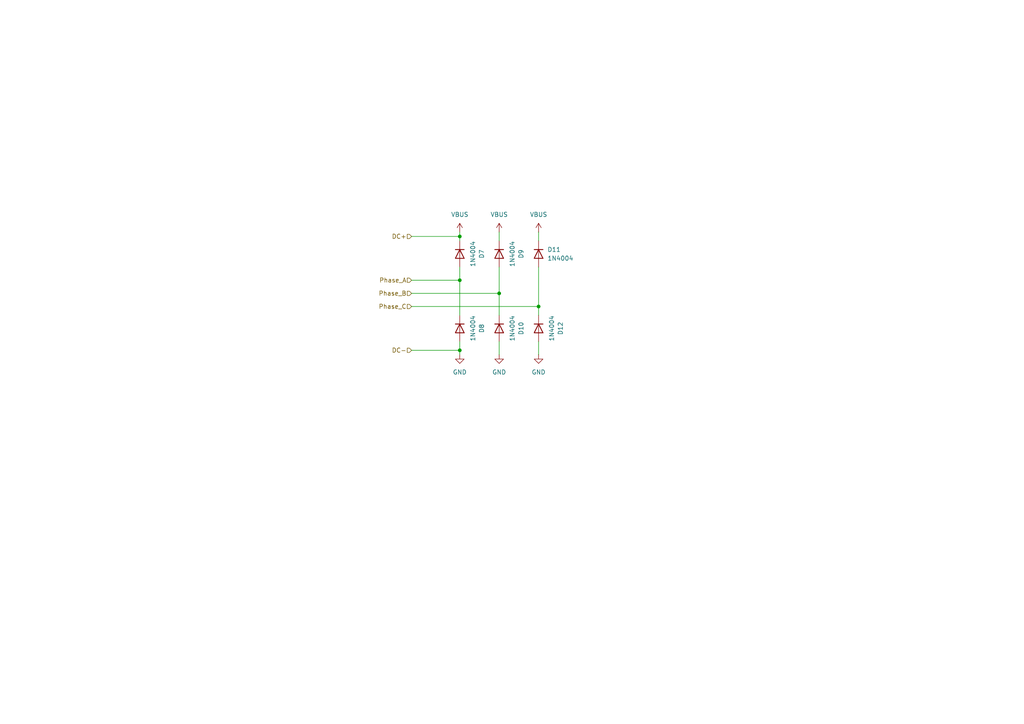
<source format=kicad_sch>
(kicad_sch (version 20250114) (generator "eeschema") (generator_version "9.0")
  (paper "A4")
  (title_block (title "3 Phase Rectifyer"))
  (lib_symbols
    (symbol "Diode:1N4004" (pin_numbers (hide yes)) (pin_names (hide yes))
      (property "Reference" "D" (at 0 2.54 0))
      (property "Value" "1N4004" (at 0 -2.54 0))
      (symbol "1N4004_0_1"
        (polyline (pts (xy -1.27 1.27) (xy -1.27 -1.27)) (stroke (width 0.254)))
        (polyline (pts (xy 1.27 1.27) (xy 1.27 -1.27) (xy -1.27 0) (xy 1.27 1.27)) (stroke (width 0.254)))
        (polyline (pts (xy 1.27 0) (xy -1.27 0)))
      )
      (symbol "1N4004_1_1"
        (pin passive line (at -3.81 0 0) (length 2.54) (name "K") (number "1"))
        (pin passive line (at 3.81 0 180) (length 2.54) (name "A") (number "2"))
      )
    )
    (symbol "power:GND" (power) (pin_numbers (hide yes)) (pin_names (offset 0) (hide yes))
      (property "Value" "GND" (at 0 -3.81 0))
      (symbol "GND_0_1"
        (polyline (pts (xy 0 0) (xy 0 -1.27) (xy 1.27 -1.27) (xy 0 -2.54) (xy -1.27 -1.27) (xy 0 -1.27)))
      )
      (symbol "GND_1_1"
        (pin power_in line (at 0 0 270) (length 0) (name "~") (number "1"))
      )
    )
    (symbol "power:VBUS" (power) (pin_numbers (hide yes)) (pin_names (offset 0) (hide yes))
      (property "Value" "VBUS" (at 0 3.556 0))
      (symbol "VBUS_0_1"
        (polyline (pts (xy -0.762 1.27) (xy 0 2.54)))
        (polyline (pts (xy 0 2.54) (xy 0.762 1.27)))
        (polyline (pts (xy 0 0) (xy 0 2.54)))
      )
      (symbol "VBUS_1_1"
        (pin power_in line (at 0 0 90) (length 0) (name "~") (number "1"))
      )
    )
  )
  (junction (at 144.78 85.09))
  (junction (at 133.35 101.6))
  (junction (at 133.35 81.28))
  (junction (at 156.21 88.9))
  (junction (at 133.35 68.58))
  (wire (pts (xy 133.35 67.31) (xy 133.35 68.58)))
  (wire (pts (xy 119.38 101.6) (xy 133.35 101.6)))
  (wire (pts (xy 144.78 85.09) (xy 144.78 91.44)))
  (wire (pts (xy 119.38 88.9) (xy 156.21 88.9)))
  (wire (pts (xy 119.38 68.58) (xy 133.35 68.58)))
  (wire (pts (xy 133.35 68.58) (xy 133.35 69.85)))
  (wire (pts (xy 133.35 77.47) (xy 133.35 81.28)))
  (wire (pts (xy 133.35 101.6) (xy 133.35 102.87)))
  (wire (pts (xy 144.78 67.31) (xy 144.78 69.85)))
  (wire (pts (xy 144.78 77.47) (xy 144.78 85.09)))
  (wire (pts (xy 156.21 99.06) (xy 156.21 102.87)))
  (wire (pts (xy 156.21 77.47) (xy 156.21 88.9)))
  (wire (pts (xy 133.35 81.28) (xy 133.35 91.44)))
  (wire (pts (xy 119.38 85.09) (xy 144.78 85.09)))
  (wire (pts (xy 133.35 99.06) (xy 133.35 101.6)))
  (wire (pts (xy 156.21 88.9) (xy 156.21 91.44)))
  (wire (pts (xy 144.78 99.06) (xy 144.78 102.87)))
  (wire (pts (xy 119.38 81.28) (xy 133.35 81.28)))
  (wire (pts (xy 156.21 67.31) (xy 156.21 69.85)))
  (hierarchical_label "Phase_A" (shape input) (at 119.38 81.28 180))
  (hierarchical_label "Phase_C" (shape input) (at 119.38 88.9 180))
  (hierarchical_label "DC+" (shape input) (at 119.38 68.58 180))
  (hierarchical_label "Phase_B" (shape input) (at 119.38 85.09 180))
  (hierarchical_label "DC-" (shape input) (at 119.38 101.6 180))
  (symbol (lib_id "Diode:1N4004") (at 133.35 73.66 270) (unit 1)
    (property "Reference" "D3" (at 139.7 73.66 0))
    (property "Value" "1N4004" (at 137.16 73.66 0))
    (property "Footprint" "Diode_THT:D_DO-41_SOD81_P10.16mm_Horizontal" (effects (hide yes)))
    (property "Datasheet" "http://www.vishay.com/docs/88503/1n4001.pdf" (effects (hide yes)))
    (property "Description" "400V 1A General Purpose Rectifier Diode, DO-41" (effects (hide yes)))
    (property "Sim.Device" "D" (effects (hide yes)))
    (property "Sim.Pins" "1=K 2=A" (effects (hide yes)))
    (instances (project "Ki-Test" (path "" (reference "D7") (unit 1)) (path "" (reference "D3") (unit 1)) (path "" (reference "D13") (unit 1))))
  )
  (symbol (lib_id "Diode:1N4004") (at 133.35 95.25 270) (unit 1)
    (property "Reference" "D6" (at 139.7 95.25 0))
    (property "Value" "1N4004" (at 137.16 95.25 0))
    (property "Footprint" "Diode_THT:D_DO-41_SOD81_P10.16mm_Horizontal" (effects (hide yes)))
    (property "Datasheet" "http://www.vishay.com/docs/88503/1n4001.pdf" (effects (hide yes)))
    (property "Description" "400V 1A General Purpose Rectifier Diode, DO-41" (effects (hide yes)))
    (property "Sim.Device" "D" (effects (hide yes)))
    (property "Sim.Pins" "1=K 2=A" (effects (hide yes)))
    (instances (project "Ki-Test" (path "" (reference "D8") (unit 1)) (path "" (reference "D6") (unit 1)) (path "" (reference "D14") (unit 1))))
  )
  (symbol (lib_id "Diode:1N4004") (at 144.78 73.66 270) (unit 1)
    (property "Reference" "D2" (at 151.13 73.66 0))
    (property "Value" "1N4004" (at 148.59 73.66 0))
    (property "Footprint" "Diode_THT:D_DO-41_SOD81_P10.16mm_Horizontal" (effects (hide yes)))
    (property "Datasheet" "http://www.vishay.com/docs/88503/1n4001.pdf" (effects (hide yes)))
    (property "Description" "400V 1A General Purpose Rectifier Diode, DO-41" (effects (hide yes)))
    (property "Sim.Device" "D" (effects (hide yes)))
    (property "Sim.Pins" "1=K 2=A" (effects (hide yes)))
    (instances (project "Ki-Test" (path "" (reference "D9") (unit 1)) (path "" (reference "D2") (unit 1)) (path "" (reference "D15") (unit 1))))
  )
  (symbol (lib_id "Diode:1N4004") (at 144.78 95.25 270) (unit 1)
    (property "Reference" "D5" (at 151.13 95.25 0))
    (property "Value" "1N4004" (at 148.59 95.25 0))
    (property "Footprint" "Diode_THT:D_DO-41_SOD81_P10.16mm_Horizontal" (effects (hide yes)))
    (property "Datasheet" "http://www.vishay.com/docs/88503/1n4001.pdf" (effects (hide yes)))
    (property "Description" "400V 1A General Purpose Rectifier Diode, DO-41" (effects (hide yes)))
    (property "Sim.Device" "D" (effects (hide yes)))
    (property "Sim.Pins" "1=K 2=A" (effects (hide yes)))
    (instances (project "Ki-Test" (path "" (reference "D10") (unit 1)) (path "" (reference "D5") (unit 1)) (path "" (reference "D16") (unit 1))))
  )
  (symbol (lib_id "power:GND") (at 156.21 102.87 0) (unit 1)
    (property "Reference" "#PWR012" (effects (hide yes)))
    (property "Value" "GND" (at 156.21 107.95 0))
    (property "Description" "Power symbol creates a global label with name \"GND\" , ground" (effects (hide yes)))
    (instances (project "Ki-Test" (path "" (reference "#PWR0102") (unit 1)) (path "" (reference "#PWR012") (unit 1)) (path "" (reference "#PWR018") (unit 1))))
  )
  (symbol (lib_id "Diode:1N4004") (at 156.21 95.25 270) (unit 1)
    (property "Reference" "D4" (at 162.56 95.25 0))
    (property "Value" "1N4004" (at 160.02 95.25 0))
    (property "Footprint" "Diode_THT:D_DO-41_SOD81_P10.16mm_Horizontal" (effects (hide yes)))
    (property "Datasheet" "http://www.vishay.com/docs/88503/1n4001.pdf" (effects (hide yes)))
    (property "Description" "400V 1A General Purpose Rectifier Diode, DO-41" (effects (hide yes)))
    (property "Sim.Device" "D" (effects (hide yes)))
    (property "Sim.Pins" "1=K 2=A" (effects (hide yes)))
    (instances (project "Ki-Test" (path "" (reference "D12") (unit 1)) (path "" (reference "D4") (unit 1)) (path "" (reference "D18") (unit 1))))
  )
  (symbol (lib_id "power:GND") (at 133.35 102.87 0) (unit 1)
    (property "Reference" "#PWR03" (effects (hide yes)))
    (property "Value" "GND" (at 133.35 107.95 0))
    (property "Description" "Power symbol creates a global label with name \"GND\" , ground" (effects (hide yes)))
    (instances (project "Ki-Test" (path "" (reference "#PWR08") (unit 1)) (path "" (reference "#PWR03") (unit 1)) (path "" (reference "#PWR014") (unit 1))))
  )
  (symbol (lib_id "power:VBUS") (at 156.21 67.31 0) (unit 1)
    (property "Reference" "#PWR011" (effects (hide yes)))
    (property "Value" "VBUS" (at 156.21 62.23 0))
    (property "Description" "Power symbol creates a global label with name \"VBUS\"" (effects (hide yes)))
    (instances (project "Ki-Test" (path "" (reference "#PWR0101") (unit 1)) (path "" (reference "#PWR011") (unit 1)) (path "" (reference "#PWR017") (unit 1))))
  )
  (symbol (lib_id "power:VBUS") (at 133.35 67.31 0) (unit 1)
    (property "Reference" "#PWR06" (effects (hide yes)))
    (property "Value" "VBUS" (at 133.35 62.23 0))
    (property "Description" "Power symbol creates a global label with name \"VBUS\"" (effects (hide yes)))
    (instances (project "Ki-Test" (path "" (reference "#PWR07") (unit 1)) (path "" (reference "#PWR06") (unit 1)) (path "" (reference "#PWR013") (unit 1))))
  )
  (symbol (lib_id "Diode:1N4004") (at 156.21 73.66 270) (unit 1)
    (property "Reference" "D1" (at 158.75 72.3899 90) (effects (justify left)))
    (property "Value" "1N4004" (at 158.75 74.9299 90) (effects (justify left)))
    (property "Footprint" "Diode_THT:D_DO-41_SOD81_P10.16mm_Horizontal" (effects (hide yes)))
    (property "Datasheet" "http://www.vishay.com/docs/88503/1n4001.pdf" (effects (hide yes)))
    (property "Description" "400V 1A General Purpose Rectifier Diode, DO-41" (effects (hide yes)))
    (property "Sim.Device" "D" (effects (hide yes)))
    (property "Sim.Pins" "1=K 2=A" (effects (hide yes)))
    (instances (project "Ki-Test" (path "" (reference "D11") (unit 1)) (path "" (reference "D1") (unit 1)) (path "" (reference "D17") (unit 1))))
  )
  (symbol (lib_id "power:VBUS") (at 144.78 67.31 0) (unit 1)
    (property "Reference" "#PWR05" (effects (hide yes)))
    (property "Value" "VBUS" (at 144.78 62.23 0))
    (property "Description" "Power symbol creates a global label with name \"VBUS\"" (effects (hide yes)))
    (instances (project "Ki-Test" (path "" (reference "#PWR09") (unit 1)) (path "" (reference "#PWR05") (unit 1)) (path "" (reference "#PWR015") (unit 1))))
  )
  (symbol (lib_id "power:GND") (at 144.78 102.87 0) (unit 1)
    (property "Reference" "#PWR02" (effects (hide yes)))
    (property "Value" "GND" (at 144.78 107.95 0))
    (property "Description" "Power symbol creates a global label with name \"GND\" , ground" (effects (hide yes)))
    (instances (project "Ki-Test" (path "" (reference "#PWR010") (unit 1)) (path "" (reference "#PWR02") (unit 1)) (path "" (reference "#PWR016") (unit 1))))
  )
)
</source>
